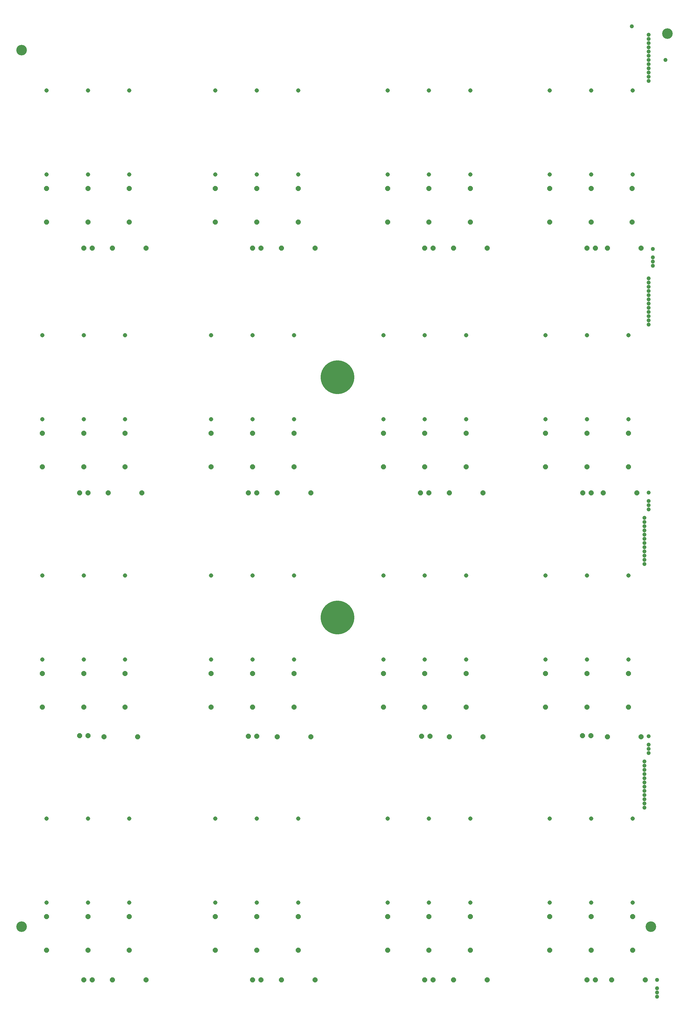
<source format=gbr>
G04 EAGLE Gerber RS-274X export*
G75*
%MOMM*%
%FSLAX34Y34*%
%LPD*%
%INSoldermask Top*%
%IPPOS*%
%AMOC8*
5,1,8,0,0,1.08239X$1,22.5*%
G01*
%ADD10C,3.203200*%
%ADD11C,10.203200*%
%ADD12P,1.649562X8X202.500000*%
%ADD13P,1.649562X8X22.500000*%
%ADD14P,1.649562X8X112.500000*%
%ADD15C,1.311200*%
%ADD16C,1.209600*%


D10*
X100000Y250000D03*
X2000000Y250000D03*
X2050000Y2950000D03*
X100000Y2900000D03*
D11*
X1054100Y1184100D03*
X1054100Y1911100D03*
D12*
X312700Y2300800D03*
X287300Y2300800D03*
D13*
X374200Y2300800D03*
X475800Y2300800D03*
D14*
X175000Y2380000D03*
X175000Y2481600D03*
X300000Y2380000D03*
X300000Y2481600D03*
X425000Y2380000D03*
X425000Y2481600D03*
D12*
X822700Y2300800D03*
X797300Y2300800D03*
D13*
X884200Y2300800D03*
X985800Y2300800D03*
D14*
X685000Y2380000D03*
X685000Y2481600D03*
X810000Y2380000D03*
X810000Y2481600D03*
X935000Y2380000D03*
X935000Y2481600D03*
D12*
X1342700Y2300800D03*
X1317300Y2300800D03*
D13*
X1404200Y2300800D03*
X1505800Y2300800D03*
D14*
X1205000Y2380000D03*
X1205000Y2481600D03*
X1330000Y2380000D03*
X1330000Y2481600D03*
X1455000Y2380000D03*
X1455000Y2481600D03*
D12*
X1832700Y2300800D03*
X1807300Y2300800D03*
D13*
X1868800Y2300800D03*
X1970400Y2300800D03*
D14*
X1695000Y2380000D03*
X1695000Y2481600D03*
X1820000Y2380000D03*
X1820000Y2481600D03*
X1944000Y2380000D03*
X1944000Y2481600D03*
D12*
X300000Y1561100D03*
X274600Y1561100D03*
D13*
X361500Y1561100D03*
X463100Y1561100D03*
D14*
X162300Y1640300D03*
X162300Y1741900D03*
X287300Y1640300D03*
X287300Y1741900D03*
X412300Y1640300D03*
X412300Y1741900D03*
D12*
X810000Y1561100D03*
X784600Y1561100D03*
D13*
X871500Y1561100D03*
X973100Y1561100D03*
D14*
X672300Y1640300D03*
X672300Y1741900D03*
X797300Y1640300D03*
X797300Y1741900D03*
X922300Y1640300D03*
X922300Y1741900D03*
D12*
X1330000Y1561100D03*
X1304600Y1561100D03*
D13*
X1391500Y1561100D03*
X1493100Y1561100D03*
D14*
X1192300Y1640300D03*
X1192300Y1741900D03*
X1317300Y1640300D03*
X1317300Y1741900D03*
X1442300Y1640300D03*
X1442300Y1741900D03*
D12*
X1820000Y1561100D03*
X1794600Y1561100D03*
D13*
X1856100Y1561100D03*
X1957700Y1561100D03*
D14*
X1682300Y1640300D03*
X1682300Y1741900D03*
X1807300Y1640300D03*
X1807300Y1741900D03*
X1932300Y1640300D03*
X1932300Y1741900D03*
D12*
X300000Y826900D03*
X274600Y826900D03*
D13*
X348800Y824100D03*
X450400Y824100D03*
D14*
X162300Y913300D03*
X162300Y1014900D03*
X287300Y913300D03*
X287300Y1014900D03*
X412300Y913300D03*
X412300Y1014900D03*
D12*
X810000Y825500D03*
X784600Y825500D03*
D13*
X871500Y824100D03*
X973100Y824100D03*
D14*
X672300Y913300D03*
X672300Y1014900D03*
X797300Y913300D03*
X797300Y1014900D03*
X922300Y913300D03*
X922300Y1014900D03*
D13*
X1391500Y824100D03*
X1493100Y824100D03*
D14*
X1192300Y913300D03*
X1192300Y1014900D03*
X1317300Y913300D03*
X1317300Y1014900D03*
X1442300Y913300D03*
X1442300Y1014900D03*
D12*
X1818900Y826900D03*
X1793500Y826900D03*
D13*
X1868800Y824100D03*
X1970400Y824100D03*
D14*
X1682300Y913300D03*
X1682300Y1014900D03*
X1807300Y913300D03*
X1807300Y1014900D03*
X1932300Y913300D03*
X1932300Y1014900D03*
D12*
X312700Y88600D03*
X287300Y88600D03*
D13*
X374200Y89200D03*
X475800Y89200D03*
D14*
X175000Y178400D03*
X175000Y280000D03*
X300000Y178400D03*
X300000Y280000D03*
X425000Y178400D03*
X425000Y280000D03*
D12*
X822700Y88600D03*
X797300Y88600D03*
D13*
X884200Y89200D03*
X985800Y89200D03*
D14*
X685000Y178400D03*
X685000Y280000D03*
X810000Y178400D03*
X810000Y280000D03*
X935000Y178400D03*
X935000Y280000D03*
D12*
X1342700Y88600D03*
X1317300Y88600D03*
D13*
X1404200Y89200D03*
X1505800Y89200D03*
D14*
X1205000Y178400D03*
X1205000Y280000D03*
X1330000Y178400D03*
X1330000Y280000D03*
X1455000Y178400D03*
X1455000Y280000D03*
D12*
X1832700Y88600D03*
X1807300Y88600D03*
D13*
X1881500Y89200D03*
X1983100Y89200D03*
D14*
X1695000Y178400D03*
X1695000Y280000D03*
X1820000Y178400D03*
X1820000Y280000D03*
X1945000Y178400D03*
X1945000Y280000D03*
D15*
X175000Y2777800D03*
X175000Y2523800D03*
X300000Y2777800D03*
X300000Y2523800D03*
X425000Y2777800D03*
X425000Y2523800D03*
X685000Y2777800D03*
X685000Y2523800D03*
X810000Y2777800D03*
X810000Y2523800D03*
X935000Y2777800D03*
X935000Y2523800D03*
X1205000Y2777800D03*
X1205000Y2523800D03*
X1330000Y2777800D03*
X1330000Y2523800D03*
X1455000Y2777800D03*
X1455000Y2523800D03*
X1695000Y2777800D03*
X1695000Y2523800D03*
X1820000Y2777800D03*
X1820000Y2523800D03*
X1945000Y2777800D03*
X1945000Y2523800D03*
X162300Y2038100D03*
X162300Y1784100D03*
X287300Y2038100D03*
X287300Y1784100D03*
X412300Y2038100D03*
X412300Y1784100D03*
X672300Y2038100D03*
X672300Y1784100D03*
X797300Y2038100D03*
X797300Y1784100D03*
X922300Y2038100D03*
X922300Y1784100D03*
X1192300Y2038100D03*
X1192300Y1784100D03*
X1317300Y2038100D03*
X1317300Y1784100D03*
X1442300Y2038100D03*
X1442300Y1784100D03*
X1682300Y2038100D03*
X1682300Y1784100D03*
X1807300Y2038100D03*
X1807300Y1784100D03*
X1932300Y2038100D03*
X1932300Y1784100D03*
X162300Y1311100D03*
X162300Y1057100D03*
X287300Y1311100D03*
X287300Y1057100D03*
X412300Y1311100D03*
X412300Y1057100D03*
X672300Y1311100D03*
X672300Y1057100D03*
X797300Y1311100D03*
X797300Y1057100D03*
X922300Y1311100D03*
X922300Y1057100D03*
X1192300Y1311100D03*
X1192300Y1057100D03*
X1317300Y1311100D03*
X1317300Y1057100D03*
X1442300Y1311100D03*
X1442300Y1057100D03*
X1682300Y1311100D03*
X1682300Y1057100D03*
X1807300Y1311100D03*
X1807300Y1057100D03*
X1932300Y1311100D03*
X1932300Y1057100D03*
X1695000Y576200D03*
X1695000Y322200D03*
X1820000Y576200D03*
X1820000Y322200D03*
X1945000Y576200D03*
X1945000Y322200D03*
X1205000Y576200D03*
X1205000Y322200D03*
X1330000Y576200D03*
X1330000Y322200D03*
X1455000Y576200D03*
X1455000Y322200D03*
X175000Y576200D03*
X175000Y322200D03*
X300000Y576200D03*
X300000Y322200D03*
X425000Y576200D03*
X425000Y322200D03*
X685000Y576200D03*
X685000Y322200D03*
X810000Y576200D03*
X810000Y322200D03*
X935000Y576200D03*
X935000Y322200D03*
D12*
X1333500Y825500D03*
X1308100Y825500D03*
D16*
X1943100Y2971800D03*
X2044700Y2870200D03*
X2006600Y2247900D03*
X2006600Y2260600D03*
X2006600Y2273300D03*
X2006600Y2298700D03*
X1993900Y1511300D03*
X1993900Y1524000D03*
X1993900Y1536700D03*
X1993900Y1562100D03*
X1993900Y774700D03*
X1993900Y787400D03*
X1993900Y800100D03*
X1993900Y825500D03*
X2019300Y38100D03*
X2019300Y50800D03*
X2019300Y63500D03*
X2019300Y88900D03*
X1993900Y2908300D03*
X1993900Y2895600D03*
X1993900Y2882900D03*
X1993900Y2946400D03*
X1993900Y2933700D03*
X1993900Y2921000D03*
X1993900Y2870200D03*
X1993900Y2844800D03*
X1993900Y2857500D03*
X1993900Y2832100D03*
X1993900Y2819400D03*
X1993900Y2806700D03*
X1993900Y2095500D03*
X1993900Y2082800D03*
X1993900Y2070100D03*
X1993900Y2108200D03*
X1993900Y2120900D03*
X1993900Y2133600D03*
X1993900Y2146300D03*
X1993900Y2159000D03*
X1993900Y2171700D03*
X1981200Y723900D03*
X1981200Y736600D03*
X1981200Y749300D03*
X1981200Y711200D03*
X1981200Y698500D03*
X1981200Y685800D03*
X1981200Y673100D03*
X1981200Y660400D03*
X1981200Y647700D03*
X1981200Y635000D03*
X1981200Y622300D03*
X1981200Y609600D03*
X1993900Y2209800D03*
X1993900Y2197100D03*
X1993900Y2184400D03*
X1981200Y1485900D03*
X1981200Y1473200D03*
X1981200Y1460500D03*
X1981200Y1447800D03*
X1981200Y1435100D03*
X1981200Y1422400D03*
X1981200Y1409700D03*
X1981200Y1397000D03*
X1981200Y1384300D03*
X1981200Y1371600D03*
X1981200Y1358900D03*
X1981200Y1346200D03*
M02*

</source>
